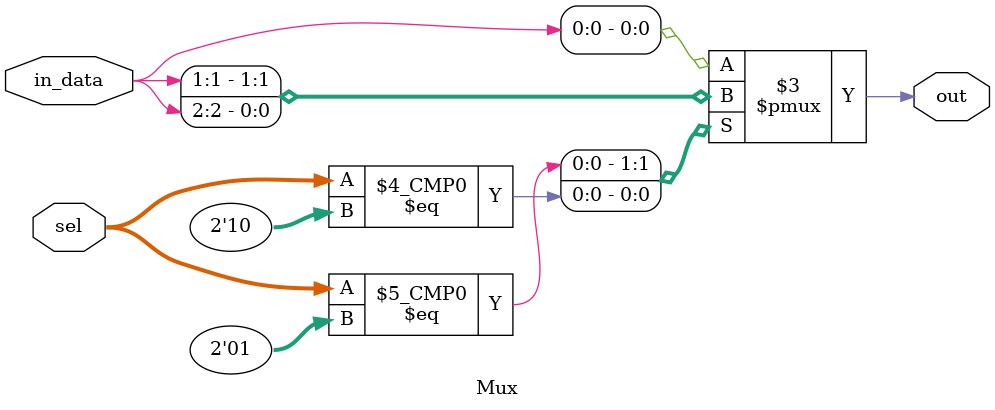
<source format=v>

module Mux (
    input [3:0] in_data, // 4 个输入信号
    input [1:0] sel,     // 2 位选择信号
    output reg out       // 输出信号
);
    always @(*) begin
        case (sel)
            2'b00: out = in_data[0];
            2'b01: out = in_data[1];
            2'b10: out = in_data[2];
            default: out = in_data[0];
        endcase
    end
endmodule

</source>
